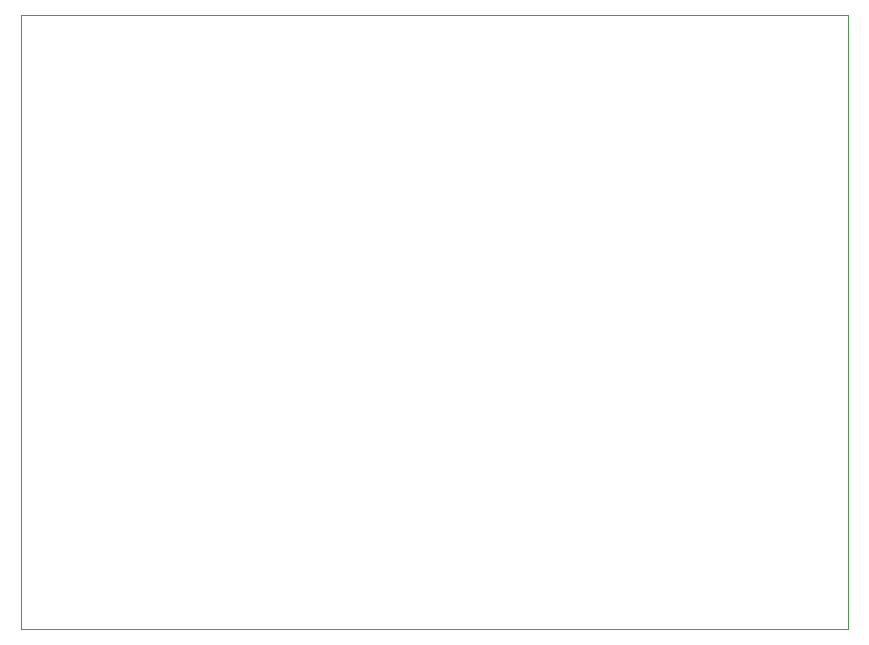
<source format=gbr>
G04 #@! TF.GenerationSoftware,KiCad,Pcbnew,(5.1.5)-3*
G04 #@! TF.CreationDate,2020-05-19T22:12:29-06:00*
G04 #@! TF.ProjectId,GarageDoorOpener,47617261-6765-4446-9f6f-724f70656e65,1b*
G04 #@! TF.SameCoordinates,Original*
G04 #@! TF.FileFunction,Profile,NP*
%FSLAX46Y46*%
G04 Gerber Fmt 4.6, Leading zero omitted, Abs format (unit mm)*
G04 Created by KiCad (PCBNEW (5.1.5)-3) date 2020-05-19 22:12:29*
%MOMM*%
%LPD*%
G04 APERTURE LIST*
%ADD10C,0.050000*%
G04 APERTURE END LIST*
D10*
X98000000Y-67380000D02*
X168000000Y-67380000D01*
X98000000Y-119380000D02*
X98000000Y-67380000D01*
X168000000Y-119380000D02*
X98000000Y-119380000D01*
X168000000Y-67380000D02*
X168000000Y-119380000D01*
M02*

</source>
